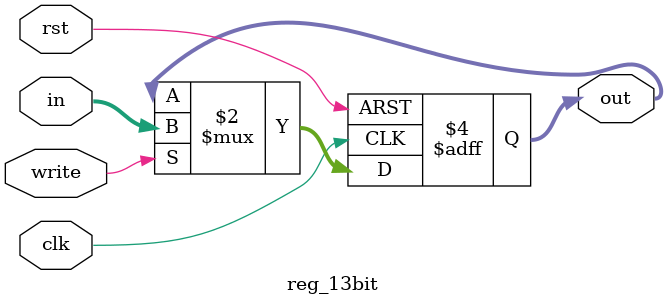
<source format=v>
`timescale 1ns/1ns
module reg_4bit(in, write, clk, rst, out);
	input [3:0] in;
	input write, clk, rst;
	output reg [3:0] out;
	
	always @(posedge clk, posedge rst) begin
		if(rst)
			out <= 4'd0;
		else if(write)
			out <= in;
	end

endmodule

module reg_13bit(in, write, clk, rst, out);
	input [12:0] in;
	input write, clk, rst;
	output reg [12:0] out;
	
	always @(posedge clk, posedge rst) begin
		if(rst)
			out <= 13'd0;
		else if(write)
			out <= in;
	end

endmodule

</source>
